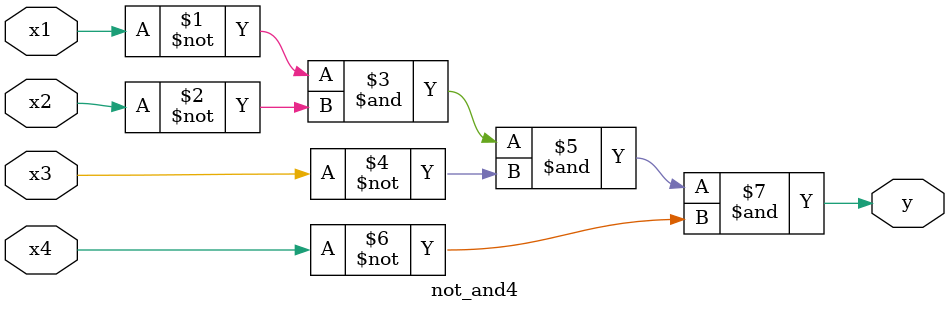
<source format=v>
module not_and4(x1, x2, x3, x4, y);
    input   x1, x2, x3, x4;
    output  y;

    assign y = ~x1 & ~x2 & ~x3 & ~x4;
endmodule
</source>
